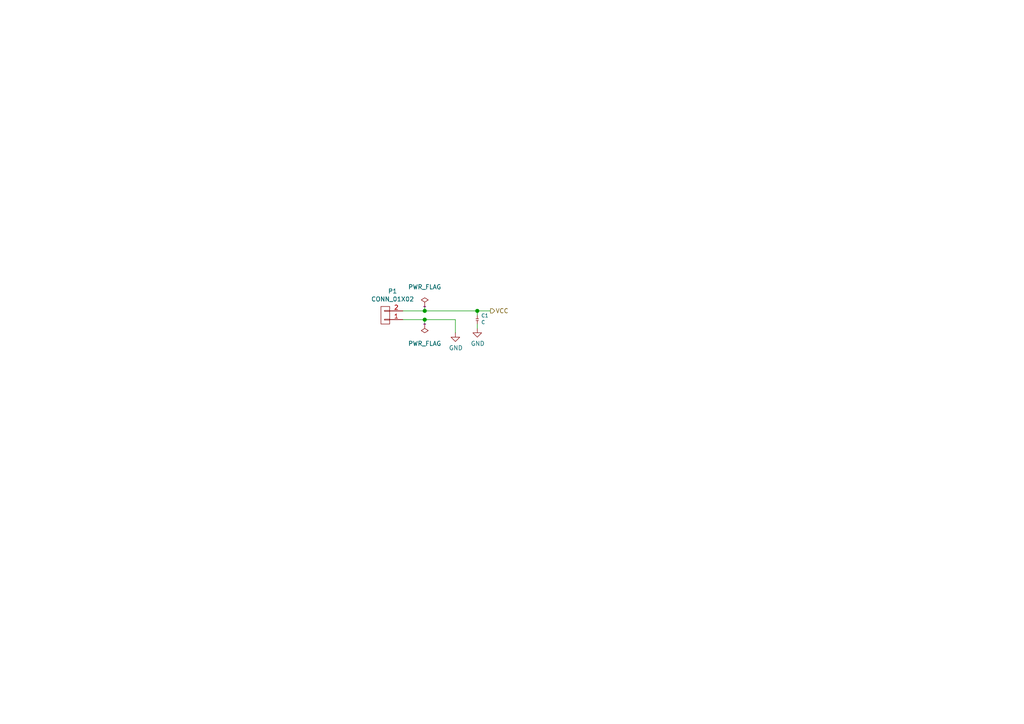
<source format=kicad_sch>
(kicad_sch (version 20241209) (generator "eeschema") (generator_version "9.0")
  (paper "A4")
  (lib_symbols
    (symbol "fail-project-rescue:C-passive" (pin_numbers (hide yes)) (pin_names (offset 1.016) (hide yes))
      (property "Reference" "C" (at 0 1.27 0))
      (property "Value" "C-passive" (at 0 -1.27 0))
      (symbol "C-passive_0_1"
        (polyline (pts (xy -0.635 0) (xy -0.381 0)))
        (polyline (pts (xy -0.635 0) (xy -1.27 0)))
        (polyline (pts (xy -0.254 0.381) (xy -0.254 -0.381)))
        (polyline (pts (xy 0.254 0.381) (xy 0.254 -0.381)))
        (polyline (pts (xy 0.635 0) (xy 0.254 0)))
        (polyline (pts (xy 1.27 0) (xy 0.635 0)))
      )
      (symbol "C-passive_1_1"
        (pin passive line (at -1.27 0 0) (length 0) (name "1") (number "1"))
        (pin passive line (at 1.27 0 0) (length 0) (name "2") (number "2"))
      )
    )
    (symbol "fail-project-rescue:CONN_01X02-conn" (pin_names (offset 1.016) (hide yes))
      (property "Reference" "P" (at 0 3.81 0))
      (property "Value" "CONN_01X02-conn" (at 2.54 0 90))
      (symbol "CONN_01X02-conn_0_1"
        (rectangle (start -1.27 2.54) (end 1.27 -2.54))
        (rectangle (start -1.27 1.397) (end 0.254 1.143))
        (rectangle (start -1.27 -1.143) (end 0.254 -1.397))
      )
      (symbol "CONN_01X02-conn_1_1"
        (pin passive line (at -5.08 1.27 0) (length 3.81) (name "P1") (number "1"))
        (pin passive line (at -5.08 -1.27 0) (length 3.81) (name "P2") (number "2"))
      )
    )
    (symbol "power:GND" (power) (pin_numbers (hide yes)) (pin_names (offset 0) (hide yes))
      (property "Value" "GND" (at 0 -3.81 0))
      (symbol "GND_0_1"
        (polyline (pts (xy 0 0) (xy 0 -1.27) (xy 1.27 -1.27) (xy 0 -2.54) (xy -1.27 -1.27) (xy 0 -1.27)))
      )
      (symbol "GND_1_1"
        (pin power_in line (at 0 0 270) (length 0) (name "~") (number "1"))
      )
    )
    (symbol "power:PWR_FLAG" (power) (pin_numbers (hide yes)) (pin_names (offset 0) (hide yes))
      (property "Value" "PWR_FLAG" (at 0 3.81 0))
      (symbol "PWR_FLAG_0_0"
        (pin power_out line (at 0 0 90) (length 0) (name "~") (number "1"))
      )
      (symbol "PWR_FLAG_0_1"
        (polyline (pts (xy 0 0) (xy 0 1.27) (xy -1.016 1.905) (xy 0 2.54) (xy 1.016 1.905) (xy 0 1.27)))
      )
    )
  )
  (junction (at 123.19 90.17) (diameter 1.016))
  (junction (at 138.43 90.17) (diameter 1.016))
  (junction (at 123.19 92.71) (diameter 1.016))
  (wire (pts (xy 123.19 90.17) (xy 138.43 90.17)))
  (wire (pts (xy 116.84 90.17) (xy 123.19 90.17)))
  (wire (pts (xy 138.43 90.17) (xy 142.24 90.17)))
  (wire (pts (xy 123.19 90.17) (xy 123.19 88.9)))
  (wire (pts (xy 123.19 93.98) (xy 123.19 92.71)))
  (wire (pts (xy 132.08 92.71) (xy 132.08 96.52)))
  (wire (pts (xy 116.84 92.71) (xy 123.19 92.71)))
  (wire (pts (xy 138.43 91.44) (xy 138.43 90.17)))
  (wire (pts (xy 138.43 95.25) (xy 138.43 93.98)))
  (wire (pts (xy 123.19 92.71) (xy 132.08 92.71)))
  (hierarchical_label "VCC" (shape output) (at 142.24 90.17 0))
  (symbol (lib_id "fail-project-rescue:CONN_01X02-conn") (at 111.76 91.44 180) (unit 1)
    (property "Reference" "P1" (at 113.8682 84.455 0))
    (property "Value" "CONN_01X02" (at 113.8682 86.7664 0))
    (property "Footprint" "Connector_JST:JST_JWPF_B02B-JWPF-SK-R_1x02_P2.00mm_Vertical" (effects (hide yes)))
  )
  (symbol (lib_id "power:PWR_FLAG") (at 123.19 88.9 0) (unit 1)
    (property "Reference" "#FLG01" (effects (hide yes)))
    (property "Value" "PWR_FLAG" (at 123.19 83.2358 0))
    (property "Datasheet" "~" (at 123.19 88.9 0))
    (property "Description" "Special symbol for telling ERC where power comes from" (effects (hide yes)))
  )
  (symbol (lib_id "power:PWR_FLAG") (at 123.19 93.98 180) (unit 1)
    (property "Reference" "#FLG02" (effects (hide yes)))
    (property "Value" "PWR_FLAG" (at 123.19 99.6442 0))
    (property "Datasheet" "~" (at 123.19 93.98 0))
    (property "Description" "Special symbol for telling ERC where power comes from" (effects (hide yes)))
  )
  (symbol (lib_id "power:GND") (at 132.08 96.52 0) (unit 1)
    (property "Reference" "#PWR01" (effects (hide yes)))
    (property "Value" "GND" (at 132.207 100.9142 0))
    (property "Description" "Power symbol creates a global label with name \"GND\" , ground" (effects (hide yes)))
  )
  (symbol (lib_id "fail-project-rescue:C-passive") (at 138.43 92.71 270) (unit 1)
    (property "Reference" "C1" (at 139.5476 91.5416 90) (effects (font (size 1.016 1.016)) (justify left)))
    (property "Value" "C" (at 139.5476 93.472 90) (effects (font (size 1.016 1.016)) (justify left)))
    (property "Footprint" "Capacitor_SMD:C_0402_1005Metric" (effects (hide yes)))
  )
  (symbol (lib_id "power:GND") (at 138.43 95.25 0) (unit 1)
    (property "Reference" "#PWR02" (effects (hide yes)))
    (property "Value" "GND" (at 138.557 99.6442 0))
    (property "Description" "Power symbol creates a global label with name \"GND\" , ground" (effects (hide yes)))
  )
)
</source>
